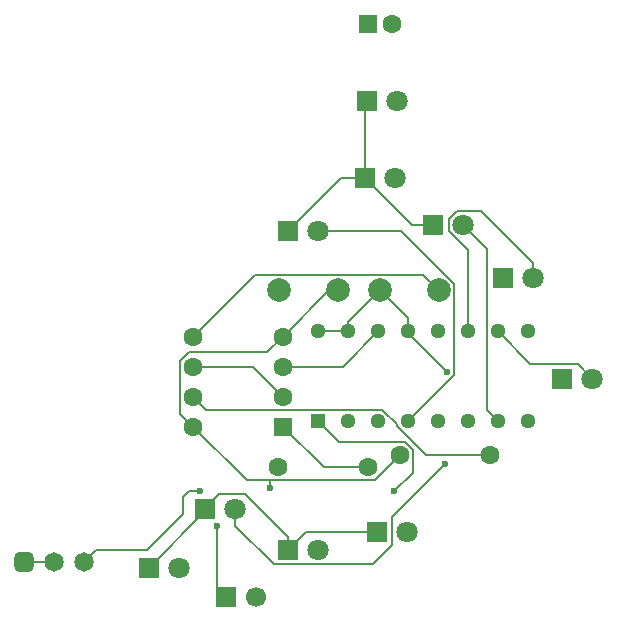
<source format=gbr>
%TF.GenerationSoftware,KiCad,Pcbnew,9.0.7-9.0.7~ubuntu24.04.1*%
%TF.CreationDate,2026-02-18T21:25:44+05:30*%
%TF.ProjectId,mudkip-themed-chaser,6d75646b-6970-42d7-9468-656d65642d63,rev?*%
%TF.SameCoordinates,Original*%
%TF.FileFunction,Copper,L1,Top*%
%TF.FilePolarity,Positive*%
%FSLAX46Y46*%
G04 Gerber Fmt 4.6, Leading zero omitted, Abs format (unit mm)*
G04 Created by KiCad (PCBNEW 9.0.7-9.0.7~ubuntu24.04.1) date 2026-02-18 21:25:44*
%MOMM*%
%LPD*%
G01*
G04 APERTURE LIST*
G04 Aperture macros list*
%AMRoundRect*
0 Rectangle with rounded corners*
0 $1 Rounding radius*
0 $2 $3 $4 $5 $6 $7 $8 $9 X,Y pos of 4 corners*
0 Add a 4 corners polygon primitive as box body*
4,1,4,$2,$3,$4,$5,$6,$7,$8,$9,$2,$3,0*
0 Add four circle primitives for the rounded corners*
1,1,$1+$1,$2,$3*
1,1,$1+$1,$4,$5*
1,1,$1+$1,$6,$7*
1,1,$1+$1,$8,$9*
0 Add four rect primitives between the rounded corners*
20,1,$1+$1,$2,$3,$4,$5,0*
20,1,$1+$1,$4,$5,$6,$7,0*
20,1,$1+$1,$6,$7,$8,$9,0*
20,1,$1+$1,$8,$9,$2,$3,0*%
G04 Aperture macros list end*
%TA.AperFunction,ComponentPad*%
%ADD10C,2.000000*%
%TD*%
%TA.AperFunction,ComponentPad*%
%ADD11R,1.800000X1.800000*%
%TD*%
%TA.AperFunction,ComponentPad*%
%ADD12C,1.800000*%
%TD*%
%TA.AperFunction,ComponentPad*%
%ADD13R,1.295400X1.295400*%
%TD*%
%TA.AperFunction,ComponentPad*%
%ADD14C,1.295400*%
%TD*%
%TA.AperFunction,ComponentPad*%
%ADD15C,1.600000*%
%TD*%
%TA.AperFunction,ComponentPad*%
%ADD16RoundRect,0.412500X-0.412500X-0.412500X0.412500X-0.412500X0.412500X0.412500X-0.412500X0.412500X0*%
%TD*%
%TA.AperFunction,ComponentPad*%
%ADD17C,1.650000*%
%TD*%
%TA.AperFunction,ComponentPad*%
%ADD18R,1.700000X1.700000*%
%TD*%
%TA.AperFunction,ComponentPad*%
%ADD19C,1.700000*%
%TD*%
%TA.AperFunction,ComponentPad*%
%ADD20RoundRect,0.250000X0.550000X0.550000X-0.550000X0.550000X-0.550000X-0.550000X0.550000X-0.550000X0*%
%TD*%
%TA.AperFunction,ComponentPad*%
%ADD21RoundRect,0.250000X-0.550000X-0.550000X0.550000X-0.550000X0.550000X0.550000X-0.550000X0.550000X0*%
%TD*%
%TA.AperFunction,ViaPad*%
%ADD22C,0.600000*%
%TD*%
%TA.AperFunction,Conductor*%
%ADD23C,0.200000*%
%TD*%
G04 APERTURE END LIST*
D10*
%TO.P,C2,1*%
%TO.N,GND*%
X164500000Y-82500000D03*
%TO.P,C2,2*%
%TO.N,Net-(U1-CONT)*%
X169500000Y-82500000D03*
%TD*%
D11*
%TO.P,D2,1,K*%
%TO.N,Net-(D1-K)*%
X163230000Y-73000000D03*
D12*
%TO.P,D2,2,A*%
%TO.N,Net-(D2-A)*%
X165770000Y-73000000D03*
%TD*%
D10*
%TO.P,C1,1*%
%TO.N,+5V*%
X161000000Y-82500000D03*
%TO.P,C1,2*%
%TO.N,GND*%
X156000000Y-82500000D03*
%TD*%
D13*
%TO.P,U2,1,Q5*%
%TO.N,Net-(D6-A)*%
X159260000Y-93620000D03*
D14*
%TO.P,U2,2,Q1*%
%TO.N,Net-(D2-A)*%
X161800000Y-93620000D03*
%TO.P,U2,3,Q0*%
%TO.N,Net-(D1-A)*%
X164340000Y-93620000D03*
%TO.P,U2,4,Q2*%
%TO.N,Net-(D3-A)*%
X166880000Y-93620000D03*
%TO.P,U2,5,Q6*%
%TO.N,Net-(D7-A)*%
X169420000Y-93620000D03*
%TO.P,U2,6,Q7*%
%TO.N,Net-(D8-A)*%
X171960000Y-93620000D03*
%TO.P,U2,7,Q3*%
%TO.N,Net-(D4-A)*%
X174500000Y-93620000D03*
%TO.P,U2,8,VSS*%
%TO.N,GND*%
X177040000Y-93620000D03*
%TO.P,U2,9,Q8*%
%TO.N,Net-(D9-A)*%
X177040000Y-86000000D03*
%TO.P,U2,10,Q4*%
%TO.N,Net-(D5-A)*%
X174500000Y-86000000D03*
%TO.P,U2,11,Q9*%
%TO.N,Net-(D10-A)*%
X171960000Y-86000000D03*
%TO.P,U2,12,Cout*%
%TO.N,unconnected-(U2-Cout-Pad12)*%
X169420000Y-86000000D03*
%TO.P,U2,13,CKEN*%
%TO.N,GND*%
X166880000Y-86000000D03*
%TO.P,U2,14,CLK*%
%TO.N,OUT*%
X164340000Y-86000000D03*
%TO.P,U2,15,Reset*%
%TO.N,GND*%
X161800000Y-86000000D03*
%TO.P,U2,16,VDD*%
X159260000Y-86000000D03*
%TD*%
D11*
%TO.P,D9,1,K*%
%TO.N,Net-(D1-K)*%
X144960000Y-106000000D03*
D12*
%TO.P,D9,2,A*%
%TO.N,Net-(D9-A)*%
X147500000Y-106000000D03*
%TD*%
D11*
%TO.P,D1,1,K*%
%TO.N,Net-(D1-K)*%
X163460000Y-66500000D03*
D12*
%TO.P,D1,2,A*%
%TO.N,Net-(D1-A)*%
X166000000Y-66500000D03*
%TD*%
D15*
%TO.P,R1,1*%
%TO.N,Net-(U1-DISCH)*%
X173810000Y-96500000D03*
%TO.P,R1,2*%
%TO.N,+5V*%
X166190000Y-96500000D03*
%TD*%
D11*
%TO.P,D6,1,K*%
%TO.N,Net-(D1-K)*%
X164230000Y-103000000D03*
D12*
%TO.P,D6,2,A*%
%TO.N,Net-(D6-A)*%
X166770000Y-103000000D03*
%TD*%
D11*
%TO.P,D5,1,K*%
%TO.N,Net-(D1-K)*%
X179960000Y-90000000D03*
D12*
%TO.P,D5,2,A*%
%TO.N,Net-(D5-A)*%
X182500000Y-90000000D03*
%TD*%
D16*
%TO.P,RV1,1,1*%
%TO.N,Net-(U1-DISCH)*%
X134420000Y-105500000D03*
D17*
%TO.P,RV1,2,2*%
X136960000Y-105500000D03*
%TO.P,RV1,3,3*%
%TO.N,TR*%
X139500000Y-105500000D03*
%TD*%
D11*
%TO.P,D10,1,K*%
%TO.N,Net-(D1-K)*%
X174960000Y-81500000D03*
D12*
%TO.P,D10,2,A*%
%TO.N,Net-(D10-A)*%
X177500000Y-81500000D03*
%TD*%
D18*
%TO.P,J1,1,Pin_1*%
%TO.N,+5V*%
X151460000Y-108500000D03*
D19*
%TO.P,J1,2,Pin_2*%
%TO.N,GND*%
X154000000Y-108500000D03*
%TD*%
D11*
%TO.P,D3,1,K*%
%TO.N,Net-(D1-K)*%
X156730000Y-77500000D03*
D12*
%TO.P,D3,2,A*%
%TO.N,Net-(D3-A)*%
X159270000Y-77500000D03*
%TD*%
D15*
%TO.P,R2,1*%
%TO.N,Net-(D1-K)*%
X155880000Y-97500000D03*
%TO.P,R2,2*%
%TO.N,GND*%
X163500000Y-97500000D03*
%TD*%
D11*
%TO.P,D4,1,K*%
%TO.N,Net-(D1-K)*%
X169000000Y-77000000D03*
D12*
%TO.P,D4,2,A*%
%TO.N,Net-(D4-A)*%
X171540000Y-77000000D03*
%TD*%
D11*
%TO.P,D8,1,K*%
%TO.N,Net-(D1-K)*%
X149730000Y-101000000D03*
D12*
%TO.P,D8,2,A*%
%TO.N,Net-(D8-A)*%
X152270000Y-101000000D03*
%TD*%
D11*
%TO.P,D7,1,K*%
%TO.N,Net-(D1-K)*%
X156730000Y-104500000D03*
D12*
%TO.P,D7,2,A*%
%TO.N,Net-(D7-A)*%
X159270000Y-104500000D03*
%TD*%
D20*
%TO.P,U1,1,GND*%
%TO.N,GND*%
X156305000Y-94060000D03*
D15*
%TO.P,U1,2,TRIG*%
%TO.N,TR*%
X156305000Y-91520000D03*
%TO.P,U1,3,OUT*%
%TO.N,OUT*%
X156305000Y-88980000D03*
%TO.P,U1,4,~{RST}*%
%TO.N,+5V*%
X156305000Y-86440000D03*
%TO.P,U1,5,CONT*%
%TO.N,Net-(U1-CONT)*%
X148685000Y-86440000D03*
%TO.P,U1,6,THRES*%
%TO.N,TR*%
X148685000Y-88980000D03*
%TO.P,U1,7,DISCH*%
%TO.N,Net-(U1-DISCH)*%
X148685000Y-91520000D03*
%TO.P,U1,8,VCC*%
%TO.N,+5V*%
X148685000Y-94060000D03*
%TD*%
D21*
%TO.P,C4,1*%
%TO.N,TR*%
X163500000Y-60000000D03*
D15*
%TO.P,C4,2*%
%TO.N,GND*%
X165500000Y-60000000D03*
%TD*%
D22*
%TO.N,GND*%
X170201000Y-89436227D03*
%TO.N,+5V*%
X155250000Y-99250000D03*
X150750000Y-102500000D03*
%TO.N,TR*%
X149250000Y-99500000D03*
%TO.N,Net-(D6-A)*%
X165750000Y-99500000D03*
%TO.N,Net-(D8-A)*%
X170000000Y-97250000D03*
%TD*%
D23*
%TO.N,GND*%
X161800000Y-85200000D02*
X161800000Y-86000000D01*
X166880000Y-86115227D02*
X170201000Y-89436227D01*
X159745000Y-97500000D02*
X163500000Y-97500000D01*
X164500000Y-82500000D02*
X161800000Y-85200000D01*
X166880000Y-86000000D02*
X166880000Y-84880000D01*
X159260000Y-86000000D02*
X161800000Y-86000000D01*
X166880000Y-84880000D02*
X164500000Y-82500000D01*
X166880000Y-86000000D02*
X166880000Y-86115227D01*
X156305000Y-94060000D02*
X159745000Y-97500000D01*
X156305000Y-82805000D02*
X156000000Y-82500000D01*
%TO.N,+5V*%
X147584000Y-88523950D02*
X148357950Y-87750000D01*
X148685000Y-94060000D02*
X153226000Y-98601000D01*
X148685000Y-94060000D02*
X147584000Y-92959000D01*
X164089000Y-98601000D02*
X166190000Y-96500000D01*
X155250000Y-99250000D02*
X155250000Y-98601000D01*
X160245000Y-82500000D02*
X161000000Y-82500000D01*
X147584000Y-92959000D02*
X147584000Y-88523950D01*
X153226000Y-98601000D02*
X155250000Y-98601000D01*
X154995000Y-87750000D02*
X156305000Y-86440000D01*
X156305000Y-86440000D02*
X160245000Y-82500000D01*
X148357950Y-87750000D02*
X154995000Y-87750000D01*
X150750000Y-107790000D02*
X150750000Y-102500000D01*
X155250000Y-98601000D02*
X164089000Y-98601000D01*
X151460000Y-108500000D02*
X150750000Y-107790000D01*
%TO.N,Net-(U1-CONT)*%
X148685000Y-86440000D02*
X153926000Y-81199000D01*
X168199000Y-81199000D02*
X169500000Y-82500000D01*
X153926000Y-81199000D02*
X168199000Y-81199000D01*
%TO.N,TR*%
X140500000Y-104500000D02*
X139500000Y-105500000D01*
X153765000Y-88980000D02*
X156305000Y-91520000D01*
X148325000Y-99500000D02*
X147826265Y-99998735D01*
X147826265Y-99998735D02*
X147826265Y-101474603D01*
X147826265Y-101474603D02*
X144800868Y-104500000D01*
X148685000Y-88980000D02*
X153765000Y-88980000D01*
X149250000Y-99500000D02*
X148325000Y-99500000D01*
X144800868Y-104500000D02*
X140500000Y-104500000D01*
%TO.N,Net-(D1-K)*%
X153129000Y-99799000D02*
X150931000Y-99799000D01*
X163230000Y-73000000D02*
X163230000Y-66730000D01*
X149730000Y-101230000D02*
X144960000Y-106000000D01*
X163230000Y-73000000D02*
X167230000Y-77000000D01*
X158230000Y-103000000D02*
X156730000Y-104500000D01*
X149730000Y-101000000D02*
X149730000Y-101230000D01*
X161230000Y-73000000D02*
X163230000Y-73000000D01*
X156730000Y-103400000D02*
X153129000Y-99799000D01*
X156730000Y-104500000D02*
X156730000Y-103400000D01*
X150931000Y-99799000D02*
X149730000Y-101000000D01*
X167230000Y-77000000D02*
X169000000Y-77000000D01*
X156730000Y-77500000D02*
X161230000Y-73000000D01*
X163230000Y-66730000D02*
X163460000Y-66500000D01*
X164230000Y-103000000D02*
X158230000Y-103000000D01*
%TO.N,Net-(D3-A)*%
X166339892Y-77500000D02*
X170801000Y-81961108D01*
X170801000Y-81961108D02*
X170801000Y-89699000D01*
X159270000Y-77500000D02*
X166339892Y-77500000D01*
X170801000Y-89699000D02*
X166880000Y-93620000D01*
%TO.N,Net-(D4-A)*%
X173551300Y-92671300D02*
X174500000Y-93620000D01*
X171540000Y-77000000D02*
X173551300Y-79011300D01*
X173551300Y-79011300D02*
X173551300Y-92671300D01*
%TO.N,Net-(D5-A)*%
X182500000Y-90000000D02*
X181250000Y-88750000D01*
X181250000Y-88750000D02*
X177250000Y-88750000D01*
X177250000Y-88750000D02*
X174500000Y-86000000D01*
%TO.N,Net-(D6-A)*%
X167291000Y-97959000D02*
X165750000Y-99500000D01*
X167291000Y-96043950D02*
X167291000Y-97959000D01*
X159260000Y-93620000D02*
X161039000Y-95399000D01*
X161039000Y-95399000D02*
X166646050Y-95399000D01*
X166646050Y-95399000D02*
X167291000Y-96043950D01*
%TO.N,Net-(D8-A)*%
X165569000Y-101681000D02*
X170000000Y-97250000D01*
X152270000Y-101000000D02*
X152270000Y-102442000D01*
X165569000Y-104063000D02*
X165569000Y-101681000D01*
X155529000Y-105701000D02*
X163931000Y-105701000D01*
X163931000Y-105701000D02*
X165569000Y-104063000D01*
X152270000Y-102442000D02*
X155529000Y-105701000D01*
%TO.N,Net-(D10-A)*%
X171042529Y-75799000D02*
X170339000Y-76502529D01*
X177500000Y-80227208D02*
X173071792Y-75799000D01*
X171960000Y-79118471D02*
X171960000Y-86000000D01*
X170339000Y-76502529D02*
X170339000Y-77497471D01*
X170339000Y-77497471D02*
X171960000Y-79118471D01*
X177500000Y-81500000D02*
X177500000Y-80227208D01*
X173071792Y-75799000D02*
X171042529Y-75799000D01*
%TO.N,Net-(U1-DISCH)*%
X164682665Y-92621000D02*
X149786000Y-92621000D01*
X168418335Y-96500000D02*
X165931300Y-94012965D01*
X165931300Y-93869635D02*
X164682665Y-92621000D01*
X149786000Y-92621000D02*
X148685000Y-91520000D01*
X165931300Y-94012965D02*
X165931300Y-93869635D01*
X173810000Y-96500000D02*
X168418335Y-96500000D01*
X134420000Y-105500000D02*
X136960000Y-105500000D01*
%TO.N,OUT*%
X156305000Y-88980000D02*
X161360000Y-88980000D01*
X161360000Y-88980000D02*
X164340000Y-86000000D01*
%TD*%
M02*

</source>
